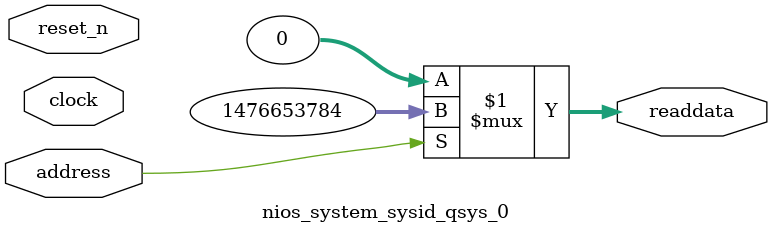
<source format=v>

`timescale 1ns / 1ps
// synthesis translate_on

// turn off superfluous verilog processor warnings 
// altera message_level Level1 
// altera message_off 10034 10035 10036 10037 10230 10240 10030 

module nios_system_sysid_qsys_0 (
               // inputs:
                address,
                clock,
                reset_n,

               // outputs:
                readdata
             )
;

  output  [ 31: 0] readdata;
  input            address;
  input            clock;
  input            reset_n;

  wire    [ 31: 0] readdata;
  //control_slave, which is an e_avalon_slave
  assign readdata = address ? 1476653784 : 0;

endmodule




</source>
